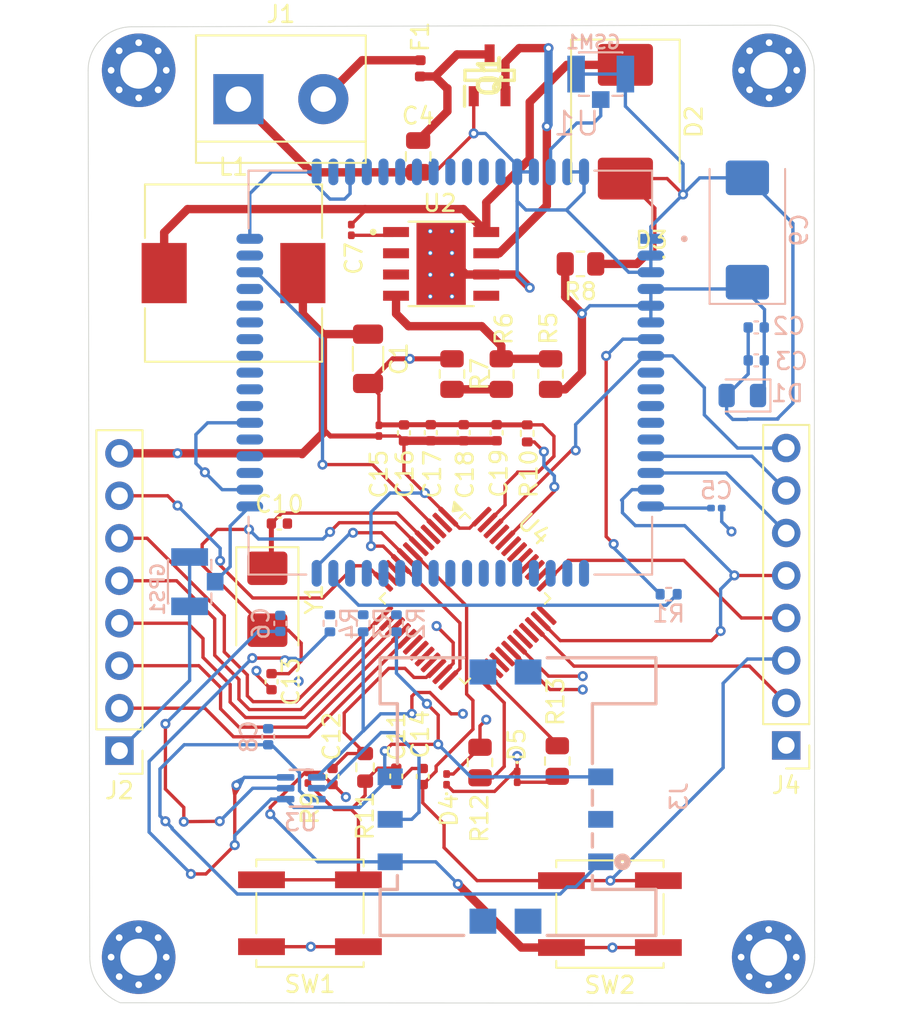
<source format=kicad_pcb>
(kicad_pcb (version 20241229) (generator "pcbnew") (generator_version "9.0")
  (layers (0 "F.Cu" signal) (4 "In1.Cu" signal) (6 "In2.Cu" signal) (2 "B.Cu" signal) (13 "F.Paste" user) (15 "B.Paste" user) (5 "F.SilkS" user "F.Silkscreen") (7 "B.SilkS" user "B.Silkscreen") (1 "F.Mask" user) (3 "B.Mask" user) (25 "Edge.Cuts" user))
  (net 0 "")
  (net 1 "GND")
  (net 2 "+3.3V")
  (net 3 "Net-(Q1-D)")
  (net 4 "Net-(U1-VRTC)")
  (net 5 "Net-(C6-Pad2)")
  (net 6 "SIM_DATA")
  (net 7 "Net-(U2-BOOT)")
  (net 8 "Net-(D2-K)")
  (net 9 "SIM_VDD")
  (net 10 "Net-(U4-PF0)")
  (net 11 "Net-(C11-Pad1)")
  (net 12 "Net-(U4-PB11)")
  (net 13 "Net-(U4-PF1)")
  (net 14 "NRST")
  (net 15 "Net-(D3-A)")
  (net 16 "Net-(D4-A)")
  (net 17 "Net-(D5-A)")
  (net 18 "+12V")
  (net 19 "GPS_ANT")
  (net 20 "GSM_ANT")
  (net 21 "SIM_TX")
  (net 22 "SIM_RX")
  (net 23 "SIM_RESET")
  (net 24 "SIM_PWRKEY")
  (net 25 "SWDIO")
  (net 26 "SWDCLK")
  (net 28 "Net-(J3-RET)")
  (net 29 "Net-(J3-CLK)")
  (net 33 "SIM_DET")
  (net 34 "USART2_RX")
  (net 35 "PA5{slash}SPI1_CLK")
  (net 36 "USART2_TX")
  (net 37 "PA7{slash}SPI1_MOSI")
  (net 38 "PA6{slash}SPI1_MISO")
  (net 39 "PA4")
  (net 40 "Net-(Q1-S)")
  (net 41 "Net-(U1-VDD_EXT)")
  (net 42 "SIM_RST")
  (net 43 "SIM_CLK")
  (net 44 "FEEDBACK")
  (net 45 "Net-(R6-Pad1)")
  (net 46 "Net-(U4-BOOT0)")
  (net 47 "LED1")
  (net 48 "LED2")
  (net 69 "STATUS")
  (footprint "Footprints:SOT95P280X125-3N" (layer "F.Cu") (at 106.525 68.05 90)
    (property "Reference" "Q1")
    (property "Value" "AO3407A" (hide yes))
  )
  (footprint "Resistor_SMD:R_0805_2012Metric" (layer "F.Cu") (at 107.225 85.9125 90)
    (property "Reference" "R6")
    (property "Value" "1K5")
  )
  (footprint "Footprints:VREG_LM5017MR_NOPB" (layer "F.Cu") (at 103.625 79.325)
    (property "Reference" "U2")
    (property "Value" "TPS5430DDA")
  )
  (footprint "Resistor_SMD:R_0805_2012Metric" (layer "F.Cu") (at 104.275 85.9125 -90)
    (property "Reference" "R7")
    (property "Value" "2K7")
  )
  (footprint "Resistor_SMD:R_0805_2012Metric" (layer "F.Cu") (at 105.95 109.1375 90)
    (property "Reference" "R12")
    (property "Value" "1K5")
  )
  (footprint "Capacitor_SMD:C_1206_3216Metric" (layer "F.Cu") (at 99.25 85 -90)
    (property "Reference" "C1")
    (property "Value" "100u")
  )
  (footprint "Resistor_SMD:R_0805_2012Metric" (layer "F.Cu") (at 111.9625 79.325 180)
    (property "Reference" "R8")
    (property "Value" "1K5")
  )
  (footprint "Capacitor_SMD:C_0201_0603Metric" (layer "F.Cu") (at 98.25 77.295 -90)
    (property "Reference" "C7")
    (property "Value" "10n")
  )
  (footprint "Fuse:Fuse_0402_1005Metric" (layer "F.Cu") (at 102.375 67.635 -90)
    (property "Reference" "F1")
    (property "Value" "Fuse 2.5A")
  )
  (footprint "Resistor_SMD:R_0201_0603Metric" (layer "F.Cu") (at 95.65 110.045 90)
    (property "Reference" "R9")
    (property "Value" "100K")
  )
  (footprint "Capacitor_SMD:C_0402_1005Metric" (layer "F.Cu") (at 97.125 109.975 -90)
    (property "Reference" "C12")
    (property "Value" "100n")
  )
  (footprint "MountingHole:MountingHole_2.2mm_M2_Pad_Via" (layer "F.Cu") (at 123.25 67.75)
    (property "Reference" "H1" (hide yes))
    (property "Value" "MountingHole_Pad")
  )
  (footprint "Connector_PinHeader_2.54mm:PinHeader_1x08_P2.54mm_Vertical" (layer "F.Cu") (at 124.275 108.115 180)
    (property "Reference" "J4")
    (property "Value" "RIGHT HEADER PINS")
  )
  (footprint "Resistor_SMD:R_0402_1005Metric" (layer "F.Cu") (at 108.775 89.46 -90)
    (property "Reference" "R10")
    (property "Value" "10K")
  )
  (footprint "MountingHole:MountingHole_2.2mm_M2_Pad_Via" (layer "F.Cu") (at 123.225 120.775)
    (property "Reference" "H2" (hide yes))
    (property "Value" "MountingHole_Pad")
  )
  (footprint "TerminalBlock:TerminalBlock_bornier-2_P5.08mm" (layer "F.Cu") (at 91.495 69.475)
    (property "Reference" "J1")
    (property "Value" "Screw_Terminal_01x02")
  )
  (footprint "Resistor_SMD:R_0603_1608Metric" (layer "F.Cu") (at 99.075 109.425 -90)
    (property "Reference" "R11")
    (property "Value" "1K")
  )
  (footprint "Capacitor_SMD:C_0402_1005Metric" (layer "F.Cu") (at 104.975 89.42 90)
    (property "Reference" "C18")
    (property "Value" "100n")
  )
  (footprint "Capacitor_SMD:C_0402_1005Metric" (layer "F.Cu") (at 93.475 104.305 -90)
    (property "Reference" "C13")
    (property "Value" "30p")
  )
  (footprint "Capacitor_SMD:C_0402_1005Metric" (layer "F.Cu") (at 103.005 89.42 90)
    (property "Reference" "C17")
    (property "Value" "100n")
  )
  (footprint "Button_Switch_SMD:SW_Push_1P1T_NO_CK_KSC6xxJ" (layer "F.Cu") (at 113.725 118.2)
    (property "Reference" "SW2")
    (property "Value" "SW_Push")
  )
  (footprint "LED_SMD:LED_0201_0603Metric" (layer "F.Cu") (at 116.0925 78.925 180)
    (property "Reference" "D3")
    (property "Value" "LED")
  )
  (footprint "MountingHole:MountingHole_2.2mm_M2_Pad_Via" (layer "F.Cu") (at 85.525 67.75)
    (property "Reference" "H4" (hide yes))
    (property "Value" "MountingHole_Pad")
  )
  (footprint "Resistor_SMD:R_0805_2012Metric" (layer "F.Cu") (at 110.175 85.9125 90)
    (property "Reference" "R5")
    (property "Value" "8K2")
  )
  (footprint "Capacitor_SMD:C_0402_1005Metric" (layer "F.Cu") (at 93.945 94.85)
    (property "Reference" "C10")
    (property "Value" "30p")
  )
  (footprint "LED_SMD:LED_0201_0603Metric" (layer "F.Cu") (at 103.95 110.145 90)
    (property "Reference" "D4")
    (property "Value" "LED")
  )
  (footprint "LED_SMD:LED_0201_0603Metric" (layer "F.Cu") (at 108.175 109.995 -90)
    (property "Reference" "D5")
    (property "Value" "LED")
  )
  (footprint "Connector_PinHeader_2.54mm:PinHeader_1x08_P2.54mm_Vertical" (layer "F.Cu") (at 84.375 108.43 180)
    (property "Reference" "J2")
    (property "Value" "LEFT HEADER PINS")
  )
  (footprint "Capacitor_SMD:C_0805_2012Metric" (layer "F.Cu") (at 102.25 72.9 -90)
    (property "Reference" "C4")
    (property "Value" "10u")
  )
  (footprint "Capacitor_SMD:C_0402_1005Metric" (layer "F.Cu") (at 100.94 109.955 -90)
    (property "Reference" "C11")
    (property "Value" "10p")
  )
  (footprint "Button_Switch_SMD:SW_Push_1P1T_NO_CK_KSC6xxJ" (layer "F.Cu") (at 95.775 118.15)
    (property "Reference" "SW1")
    (property "Value" "SW_Push")
  )
  (footprint "Diode_SMD:D_SMC" (layer "F.Cu") (at 114.65 70.825 -90)
    (property "Reference" "D2")
    (property "Value" "B340")
  )
  (footprint "Package_QFP:LQFP-48_7x7mm_P0.5mm" (layer "F.Cu") (at 105.048788 99.326212 -45)
    (property "Reference" "U4")
    (property "Value" "STM32F030C8Tx")
  )
  (footprint "Resistor_SMD:R_0805_2012Metric" (layer "F.Cu") (at 110.575 109.05 -90)
    (property "Reference" "R13")
    (property "Value" "1K5")
  )
  (footprint "Inductor_SMD:L_10.4x10.4_H4.8" (layer "F.Cu") (at 91.2 79.875)
    (property "Reference" "L1")
    (property "Value" "15uH")
  )
  (footprint "Capacitor_SMD:C_0402_1005Metric" (layer "F.Cu") (at 102.525 109.975 -90)
    (property "Reference" "C14")
    (property "Value" "100n")
  )
  (footprint "Capacitor_SMD:C_0201_0603Metric" (layer "F.Cu") (at 99.9 89.295 90)
    (property "Reference" "C15")
    (property "Value" "4u7")
  )
  (footprint "MountingHole:MountingHole_2.2mm_M2_Pad_Via" (layer "F.Cu") (at 85.525 120.775)
    (property "Reference" "H3" (hide yes))
    (property "Value" "MountingHole_Pad")
  )
  (footprint "Capacitor_SMD:C_0402_1005Metric" (layer "F.Cu") (at 101.4 89.43 90)
    (property "Reference" "C16")
    (property "Value" "100n")
  )
  (footprint "Crystal:Crystal_SMD_5032-2Pin_5.0x3.2mm" (layer "F.Cu") (at 93.225 99.375 -90)
    (property "Reference" "Y1")
    (property "Value" "8MHz")
  )
  (footprint "Capacitor_SMD:C_0402_1005Metric" (layer "F.Cu") (at 106.945 89.42 90)
    (property "Reference" "C19")
    (property "Value" "100n")
  )
  (footprint "Capacitor_Tantalum_SMD:CP_EIA-7343-15_Kemet-W" (layer "B.Cu") (at 121.95 77.3 90)
    (property "Reference" "C9")
    (property "Value" "220u")
  )
  (footprint "Footprints:SOT65P210X110-6N" (layer "B.Cu") (at 95.25 110.675)
    (property "Reference" "U3")
    (property "Value" "SMF05CT1G")
  )
  (footprint "Footprints:693010020611" (layer "B.Cu") (at 108.225 111.175 90)
    (property "Reference" "J3")
    (property "Value" "693010020611")
    (property "VALUE" "693010020611" (hide yes))
  )
  (footprint "Resistor_SMD:R_0402_1005Metric" (layer "B.Cu") (at 98.96 100.815 90)
    (property "Reference" "R3")
    (property "Value" "10K")
  )
  (footprint "Resistor_SMD:R_0402_1005Metric" (layer "B.Cu") (at 100.95 100.815 90)
    (property "Reference" "R2")
    (property "Value" "10K")
  )
  (footprint "Capacitor_SMD:C_0201_0603Metric" (layer "B.Cu") (at 120.095 93.925 180)
    (property "Reference" "C5")
    (property "Value" "4u7")
  )
  (footprint "Footprints:XCVR_SIM808" (layer "B.Cu") (at 104.175 85.825 180)
    (property "Reference" "U1")
    (property "Value" "SIM808")
  )
  (footprint "Footprints:U.FL-R-SMT-1" (layer "B.Cu") (at 113.175 67.975 180)
    (property "Reference" "GSM1")
    (property "Value" "U.FL-R-SMT-1")
  )
  (footprint "Capacitor_SMD:C_0402_1005Metric" (layer "B.Cu") (at 93.275 107.595 -90)
    (property "Reference" "C8")
    (property "Value" "1u")
  )
  (footprint "Resistor_SMD:R_0402_1005Metric" (layer "B.Cu") (at 117.24 99.075)
    (property "Reference" "R1")
    (property "Value" "4K7")
  )
  (footprint "Footprints:U.FL-R-SMT-1" (layer "B.Cu") (at 88.575 98.325 -90)
    (property "Reference" "GPS1")
    (property "Value" "U.FL-R-SMT-1")
  )
  (footprint "Resistor_SMD:R_0402_1005Metric" (layer "B.Cu") (at 96.97 100.815 90)
    (property "Reference" "R4")
    (property "Value" "10K")
  )
  (footprint "Diode_SMD:D_0805_2012Metric" (layer "B.Cu") (at 121.6475 87.195 180)
    (property "Reference" "D1")
    (property "Value" "D_Zener")
  )
  (footprint "Capacitor_SMD:C_0402_1005Metric" (layer "B.Cu") (at 122.48 83.125 180)
    (property "Reference" "C2")
    (property "Value" "33p")
  )
  (footprint "Capacitor_SMD:C_0402_1005Metric" (layer "B.Cu") (at 122.48 85.095 180)
    (property "Reference" "C3")
    (property "Value" "10p")
  )
  (footprint "Capacitor_SMD:C_0402_1005Metric" (layer "B.Cu") (at 94 100.82 -90)
    (property "Reference" "C6")
    (property "Value" "22p")
  )
  (gr_line (start 82.6 120.75) (end 82.5 67.778864) (stroke (width 0.05)) (layer "Edge.Cuts"))
  (gr_line (start 123.225 123.525) (end 84.423767 123.501669) (stroke (width 0.05)) (layer "Edge.Cuts"))
  (gr_arc (start 123.325 65.05) (mid 125.184437 65.85092) (end 125.950467 67.725) (stroke (width 0.05)) (layer "Edge.Cuts"))
  (gr_arc (start 84.423767 123.501669) (mid 83.090968 122.404811) (end 82.6 120.75) (stroke (width 0.05)) (layer "Edge.Cuts"))
  (gr_arc (start 82.5 67.778864) (mid 83.251232 65.921643) (end 85.1 65.14984) (stroke (width 0.05)) (layer "Edge.Cuts"))
  (gr_arc (start 125.975 120.775) (mid 125.169544 122.719544) (end 123.225 123.525) (stroke (width 0.05)) (layer "Edge.Cuts"))
  (gr_line (start 125.950467 67.725) (end 125.975 120.775) (stroke (width 0.05)) (layer "Edge.Cuts"))
  (gr_line (start 85.1 65.14984) (end 123.324986 65.05) (stroke (width 0.05)) (layer "Edge.Cuts"))
  (via (at 95.1 104.275) (size 0.6) (drill 0.3) (layers "F.Cu" "B.Cu") (net 0))
  (segment (start 92.572153 103.882153) (end 92.572153 103.653781) (width 0.2) (layer "F.Cu") (net 1))
  (segment (start 103.95 110.465) (end 104.3485 110.8635) (width 0.2) (layer "F.Cu") (net 1))
  (segment (start 93.475 104.785) (end 92.572153 103.882153) (width 0.2) (layer "F.Cu") (net 1))
  (segment (start 95.65 109.725) (end 95.49013 109.725) (width 0.2) (layer "F.Cu") (net 1))
  (segment (start 108.175 109.675) (end 108.175 108.75) (width 0.2) (layer "F.Cu") (net 1))
  (segment (start 105.575 69.3) (end 105.575 71.525) (width 0.2) (layer "F.Cu") (net 1))
  (segment (start 102.25 73.85) (end 103.25 73.85) (width 0.2) (layer "F.Cu") (net 1))
  (segment (start 108.2 91.775) (end 109.425 91.775) (width 0.2) (layer "F.Cu") (net 1))
  (segment (start 95.65 109.725) (end 96.395 109.725) (width 0.2) (layer "F.Cu") (net 1))
  (segment (start 93.4 111.81513) (end 93.4 112.225) (width 0.2) (layer "F.Cu") (net 1))
  (segment (start 104.474943 79.325) (end 103.625 79.325) (width 0.5) (layer "F.Cu") (net 1))
  (segment (start 99.9 88.975) (end 99.9 87.125) (width 0.2) (layer "F.Cu") (net 1))
  (segment (start 101.4 88.95) (end 99.925 88.95) (width 0.3) (layer "F.Cu") (net 1))
  (segment (start 106.82663 110.8635) (end 108.01513 109.675) (width 0.2) (layer "F.Cu") (net 1))
  (segment (start 95.49013 109.725) (end 93.4 111.81513) (width 0.2) (layer "F.Cu") (net 1))
  (segment (start 96.395 109.725) (end 97.125 110.455) (width 0.2) (layer "F.Cu") (net 1))
  (segment (start 110.825 120.2) (end 108.425 120.2) (width 0.5) (layer "F.Cu") (net 1))
  (segment (start 110.825 120.2) (end 113.875 120.2) (width 0.2) (layer "F.Cu") (net 1))
  (segment (start 97.18 110.455) (end 97.925 111.2) (width 0.2) (layer "F.Cu") (net 1))
  (segment (start 108.775 88.95) (end 106.955 88.95) (width 0.3) (layer "F.Cu") (net 1))
  (segment (start 104.3485 110.8635) (end 106.82663 110.8635) (width 0.2) (layer "F.Cu") (net 1))
  (segment (start 116.4125 75.9875) (end 114.65 74.225) (width 0.2) (layer "F.Cu") (net 1))
  (segment (start 104.275 85) (end 101.75 85) (width 0.3) (layer "F.Cu") (net 1))
  (segment (start 108.01513 109.675) (end 108.175 109.675) (width 0.2) (layer "F.Cu") (net 1))
  (segment (start 101.41 88.94) (end 101.4 88.95) (width 0.3) (layer "F.Cu") (net 1))
  (segment (start 109.7 88.95) (end 108.775 88.95) (width 0.2) (layer "F.Cu") (net 1))
  (segment (start 102.525 109.495) (end 101.88 109.495) (width 0.2) (layer "F.Cu") (net 1))
  (segment (start 108.425 120.2) (end 104.625 116.4) (width 0.5) (layer "F.Cu") (net 1))
  (segment (start 104.975 88.94) (end 103.005 88.94) (width 0.3) (layer "F.Cu") (net 1))
  (segment (start 106.945 88.94) (end 104.975 88.94) (width 0.3) (layer "F.Cu") (net 1))
  (segment (start 103.005 88.94) (end 101.41 88.94) (width 0.3) (layer "F.Cu") (net 1))
  (segment (start 106.325 79.96) (end 105.109943 79.96) (width 0.5) (layer "F.Cu") (net 1))
  (segment (start 108.2 91.8) (end 108.2 91.775) (width 0.2) (layer "F.Cu") (net 1))
  (segment (start 95.87 73.85) (end 102.25 73.85) (width 0.5) (layer "F.Cu") (net 1))
  (segment (start 103.25 73.85) (end 105.575 71.525) (width 0.2) (layer "F.Cu") (net 1))
  (segment (start 113.875 120.2) (end 116.625 120.2) (width 0.2) (layer "F.Cu") (net 1))
  (segment (start 104.346615 101.971615) (end 103.35 100.975) (width 0.2) (layer "F.Cu") (net 1))
  (segment (start 101.575126 96.91321) (end 100.061916 95.4) (width 0.2) (layer "F.Cu") (net 1))
  (segment (start 101.75 85) (end 100.725 85) (width 0.3) (layer "F.Cu") (net 1))
  (segment (start 100.96 110.455) (end 100.94 110.435) (width 0.2) (layer "F.Cu") (net 1))
  (segment (start 106.40113 94.79189) (end 107.45 93.74302) (width 0.2) (layer "F.Cu") (net 1))
  (segment (start 116.4125 78.925) (end 116.4125 75.9875) (width 0.2) (layer "F.Cu") (net 1))
  (segment (start 101.88 109.495) (end 100.94 110.435) (width 0.2) (layer "F.Cu") (net 1))
  (segment (start 107.45 93.74302) (end 107.45 92.55) (width 0.2) (layer "F.Cu") (net 1))
  (segment (start 100.725 85) (end 99.25 86.475) (width 0.3) (layer "F.Cu") (net 1))
  (segment (start 114.65 74.225) (end 117.15 74.225) (width 0.2) (layer "F.Cu") (net 1))
  (segment (start 100.061916 95.4) (end 98.35 95.4) (width 0.2) (layer "F.Cu") (net 1))
  (segment (start 109.425 91.775) (end 110.375 90.825) (width 0.2) (layer "F.Cu") (net 1))
  (segment (start 117.15 74.225) (end 118.1 75.175) (width 0.2) (layer "F.Cu") (net 1))
  (segment (start 110.375 90.825) (end 110.375 89.625) (width 0.2) (layer "F.Cu") (net 1))
  (segment (start 103.696446 103.860534) (end 104.346615 103.210365) (width 0.2) (layer "F.Cu") (net 1))
  (segment (start 110.375 89.625) (end 109.7 88.95) (width 0.2) (layer "F.Cu") (net 1))
  (segment (start 99.9 87.125) (end 99.25 86.475) (width 0.2) (layer "F.Cu") (net 1))
  (segment (start 105.109943 79.96) (end 104.474943 79.325) (width 0.5) (layer "F.Cu") (net 1))
  (segment (start 97.125 110.455) (end 97.18 110.455) (width 0.2) (layer "F.Cu") (net 1))
  (segment (start 106.325 79.96) (end 108.135 79.96) (width 0.5) (layer "F.Cu") (net 1))
  (segment (start 99.925 88.95) (end 99.9 88.975) (width 0.3) (layer "F.Cu") (net 1))
  (segment (start 104.346615 103.210365) (end 104.346615 101.971615) (width 0.2) (layer "F.Cu") (net 1))
  (segment (start 91.495 69.475) (end 95.87 73.85) (width 0.5) (layer "F.Cu") (net 1))
  (segment (start 107.45 92.55) (end 108.2 91.8) (width 0.2) (layer "F.Cu") (net 1))
  (segment (start 108.135 79.96) (end 108.925 80.75) (width 0.5) (layer "F.Cu") (net 1))
  (segment (start 106.955 88.95) (end 106.945 88.94) (width 0.3) (layer "F.Cu") (net 1))
  (via (at 101.75 85) (size 0.6) (drill 0.3) (layers "F.Cu" "B.Cu") (net 1))
  (via (at 104.625 116.4) (size 0.6) (drill 0.3) (layers "F.Cu" "B.Cu") (net 1))
  (via (at 118.1 75.175) (size 0.6) (drill 0.3) (layers "F.Cu" "B.Cu") (net 1))
  (via (at 121 95.325) (size 0.6) (drill 0.3) (layers "F.Cu" "B.Cu") (net 1))
  (via (at 113.875 120.2) (size 0.6) (drill 0.3) (layers "F.Cu" "B.Cu") (net 1))
  (via (at 108.925 80.75) (size 0.6) (drill 0.3) (layers "F.Cu" "B.Cu") (net 1))
  (via (at 98.35 95.4) (size 0.6) (drill 0.3) (layers "F.Cu" "B.Cu") (net 1))
  (via (at 103.35 100.975) (size 0.6) (drill 0.3) (layers "F.Cu" "B.Cu") (net 1))
  (via (at 93.4 112.225) (size 0.6) (drill 0.3) (layers "F.Cu" "B.Cu") (net 1))
  (via (at 89.487472 91.787528) (size 0.6) (drill 0.3) (layers "F.Cu" "B.Cu") (net 1))
  (via (at 97.925 111.2) (size 0.6) (drill 0.3) (layers "F.Cu" "B.Cu") (net 1))
  (via (at 108.175 108.75) (size 0.6) (drill 0.3) (layers "F.Cu" "B.Cu") (net 1))
  (via (at 105.575 71.525) (size 0.6) (drill 0.3) (layers "F.Cu" "B.Cu") (net 1))
  (via (at 92.572153 103.653781) (size 0.6) (drill 0.3) (layers "F.Cu" "B.Cu") (net 1))
  (segment (start 111.125 76.1) (end 108.7 76.1) (width 0.2) (layer "B.Cu") (net 1))
  (segment (start 98.2 95.4) (end 98.35 95.4) (width 0.2) (layer "B.Cu") (net 1))
  (segment (start 112.175 73.825) (end 112.175 75.05) (width 0.2) (layer "B.Cu") (net 1))
  (segment (start 118.1 75.175) (end 119.095 74.18) (width 0.2) (layer "B.Cu") (net 1))
  (segment (start 120.71 88.26) (end 121.075 88.625) (width 0.2) (layer "B.Cu") (net 1))
  (segment (start 114.85 79.825) (end 111.125 76.1) (width 0.2) (layer "B.Cu") (net 1))
  (segment (start 98.175 75.125) (end 97.85 75.45) (width 0.2) (layer "B.Cu") (net 1))
  (segment (start 121.975 88.6) (end 123.775 88.6) (width 0.2) (layer "B.Cu") (net 1))
  (segment (start 120.415 93.925) (end 120.415 94.74) (width 0.2) (layer "B.Cu") (net 1))
  (segment (start 114.65 67.975) (end 114.65 69.9) (width 0.2) (layer "B.Cu") (net 1))
  (segment (start 116.175 77.825) (end 116.175 77.1) (width 0.2) (layer "B.Cu") (net 1))
  (segment (start 111.175 73.825) (end 112.175 73.825) (width 0.2) (layer "B.Cu") (net 1))
  (segment (start 92.175 88.825) (end 89.65 88.825) (width 0.2) (layer "B.Cu") (net 1))
  (segment (start 124.675 87.65) (end 124.675 76.905) (width 0.2) (layer "B.Cu") (net 1))
  (segment (start 108.175 75.575) (end 108.175 80) (width 0.2) (layer "B.Cu") (net 1))
  (segment (start 89.65 88.825) (end 88.95 89.525) (width 0.2) (layer "B.Cu") (net 1))
  (segment (start 100.575 115.075) (end 96.25 115.075) (width 0.2) (layer "B.Cu") (net 1))
  (segment (start 121.075 88.625) (end 121.95 88.625) (width 0.2) (layer "B.Cu") (net 1))
  (segment (start 120.71 87.195) (end 120.71 88.26) (width 0.2) (layer "B.Cu") (net 1))
  (segment (start 116.175 79.825) (end 116.175 78.825) (width 0.2) (layer "B.Cu") (net 1))
  (segment (start 89.487472 91.787528) (end 88.95 91.250057) (width 0.2) (layer "B.Cu") (net 1))
  (segment (start 116.175 77.825) (end 116.175 78.825) (width 0.2) (layer "B.Cu") (net 1))
  (segment (start 111.7 67.975) (end 114.65 67.975) (width 0.2) (layer "B.Cu") (net 1))
  (segment (start 108.175 73.825) (end 108.175 75.575) (width 0.2) (layer "B.Cu") (net 1))
  (segment (start 116.175 79.825) (end 114.85 79.825) (width 0.2) (layer "B.Cu") (net 1))
  (segment (start 118.1 73.35) (end 118.1 75.175) (width 0.2) (layer "B.Cu") (net 1))
  (segment (start 122 85.095) (end 122 85.905) (width 0.2) (layer "B.Cu") (net 1))
  (segment (start 109.175 73.825) (end 108.175 73.825) (width 0.2) (layer "B.Cu") (net 1))
  (segment (start 122 85.905) (end 120.71 87.195) (width 0.2) (layer "B.Cu") (net 1))
  (segment (start 88.95 91.250057) (end 88.95 89.525) (width 0.2) (layer "B.Cu") (net 1))
  (segment (start 97.85 75.45) (end 96.975 75.45) (width 0.2) (layer "B.Cu") (net 1))
  (segment (start 96.975 75.45) (end 96.175 74.65) (width 0.2) (layer "B.Cu") (net 1))
  (segment (start 96.175 74.65) (end 96.175 73.825) (width 0.2) (layer "B.Cu") (net 1))
  (segment (start 96.25 115.075) (end 93.4 112.225) (width 0.2) (layer "B.Cu") (net 1))
  (segment (start 96.175 97.825) (end 96.175 97.425) (width 0.2) (layer "B.Cu") (net 1))
  (segment (start 92.175 75.125) (end 92.175 77.825) (width 0.2) (layer "B.Cu") (net 1))
  (segment (start 114.65 69.9) (end 118.1 73.35) (width 0.2) (layer "B.Cu") (net 1))
  (segment (start 88.575 99.8) (end 88.575 96.85) (width 0.2) (layer "B.Cu") (net 1))
  (segment (start 122 83.125) (end 122 85.095) (width 0.2) (layer "B.Cu") (net 1))
  (segment (start 92.175 92.825) (end 90.524943 92.825) (width 0.2) (layer "B.Cu") (net 1))
  (segment (start 108.175 73.425) (end 106.275 71.525) (width 0.2) (layer "B.Cu") (net 1))
  (segment (start 106.275 71.525) (end 105.575 71.525) (width 0.2) (layer "B.Cu") (net 1))
  (segment (start 96.175 97.425) (end 98.2 95.4) (width 0.2) (layer "B.Cu") (net 1))
  (segment (start 96.175 73.825) (end 93.475 73.825) (width 0.2) (layer "B.Cu") (net 1))
  (segment (start 116.175 77.1) (end 118.1 75.175) (width 0.2) (layer "B.Cu") (net 1))
  (segment (start 123.775 88.55) (end 124.675 87.65) (width 0.2) (layer "B.Cu") (net 1))
  (segment (start 88.575 104.23) (end 88.575 99.8) (width 0.2) (layer "B.Cu") (net 1))
  (segment (start 84.375 108.43) (end 88.575 104.23) (width 0.2) (layer "B.Cu") (net 1))
  (segment (start 103.3 115.075) (end 100.575 115.075) (width 0.2) (layer "B.Cu") (net 1))
  (segment (start 104.625 116.4) (end 103.3 115.075) (width 0.2) (layer "B.Cu") (net 1))
  (segment (start 112.175 75.05) (end 111.125 76.1) (width 0.2) (layer "B.Cu") (net 1))
  (segment (start 121.95 88.625) (end 121.975 88.6) (width 0.2) (layer "B.Cu") (net 1))
  (segment (start 119.095 74.18) (end 121.95 74.18) (width 0.2) (layer "B.Cu") (net 1))
  (segment (start 123.775 88.6) (end 123.775 88.55) (width 0.2) (layer "B.Cu") (net 1))
  (segment (start 98.175 73.825) (end 98.175 75.125) (width 0.2) (layer "B.Cu") (net 1))
  (segment (start 108.175 73.825) (end 108.175 73.425) (width 0.2) (layer "B.Cu") (net 1))
  (segment (start 93.475 73.825) (end 92.175 75.125) (width 0.2) (layer "B.Cu") (net 1))
  (segment (start 108.175 80) (end 108.925 80.75) (width 0.2) (layer "B.Cu") (net 1))
  (segment (start 90.524943 92.825) (end 89.487472 91.787528) (width 0.2) (layer "B.Cu") (net 1))
  (segment (start 108.7 76.1) (end 108.175 75.575) (width 0.2) (layer "B.Cu") (net 1))
  (segment (start 120.415 94.74) (end 121 95.325) (width 0.2) (layer "B.Cu") (net 1))
  (segment (start 92.175 92.825) (end 92.575 92.825) (width 0.2) (layer "B.Cu") (net 1))
  (segment (start 124.675 76.905) (end 121.95 74.18) (width 0.2) (layer "B.Cu") (net 1))
  (segment (start 95.3 90.7) (end 96.55 89.45) (width 0.5) (layer "F.Cu") (net 2))
  (segment (start 106.945 89.9) (end 101.41 89.9) (width 0.5) (layer "F.Cu") (net 2))
  (segment (start 101.4 91.775) (end 102.65 93.025) (width 0.2) (layer "F.Cu") (net 2))
  (segment (start 101.221573 97.266763) (end 100.15481 96.2) (width 0.2) (layer "F.Cu") (net 2))
  (segment (start 101.105 89.615) (end 101.4 89.91) (width 0.2) (layer "F.Cu") (net 2))
  (segment (start 104.05 94.425) (end 102.65 93.025) (width 0.2) (layer "F.Cu") (net 2))
  (segment (start 100.15481 96.2) (end 99.425 96.2) (width 0.2) (layer "F.Cu") (net 2))
  (segment (start 95.825 120.15) (end 98.675 120.15) (width 0.2) (layer "F.Cu") (net 2))
  (segment (start 104.05 94.438336) (end 104.05 94.425) (width 0.2) (layer "F.Cu") (net 2))
  (segment (start 84.375 90.65) (end 87.85 90.65) (width 0.5) (layer "F.Cu") (net 2))
  (segment (start 104.05 94.45) (end 104.725 95.125) (width 0.2) (layer "F.Cu") (net 2))
  (segment (start 101.41 89.9) (end 101.4 89.91) (width 0.5) (layer "F.Cu") (net 2))
  (segment (start 95.35 82.325) (end 95.35 79.875) (width 0.5) (layer "F.Cu") (net 2))
  (segment (start 99.9 89.615) (end 101.105 89.615) (width 0.2) (layer "F.Cu") (net 2))
  (segment (start 112.05 85.825) (end 112.05 82.3) (width 0.5) (layer "F.Cu") (net 2))
  (segment (start 104.747615 100.792805) (end 101.221573 97.266763) (width 0.2) (layer "F.Cu") (net 2))
  (segment (start 96.55 89.175) (end 96.55 83.525) (width 0.5) (layer "F.Cu") (net 2))
  (segment (start 101.4 89.91) (end 101.4 91.775) (width 0.2) (layer "F.Cu") (net 2))
  (segment (start 96.55 89.45) (end 96.55 89.175) (width 0.5) (layer "F.Cu") (net 2))
  (segment (start 104.747615 103.516473) (end 104.747615 100.792805) (width 0.2) (layer "F.Cu") (net 2))
  (segment (start 104.725 95.125) (end 105.325 95.125) (width 0.2) (layer "F.Cu") (net 2))
  (segment (start 111.05 86.825) (end 112.05 85.825) (width 0.5) (layer "F.Cu") (net 2))
  (segment (start 105.325 95.125) (end 106.011664 94.438336) (width 0.2) (layer "F.Cu") (net 2))
  (segment (start 95.25 90.65) (end 95.3 90.7) (width 0.5) (layer "F.Cu") (net 2))
  (segment (start 99.9 89.615) (end 96.99 89.615) (width 0.3) (layer "F.Cu") (net 2))
  (segment (start 87.85 90.65) (end 95.25 90.65) (width 0.5) (layer "F.Cu") (net 2))
  (segment (start 104.05 104.214088) (end 104.747615 103.516473) (width 0.2) (layer "F.Cu") (net 2))
  (segment (start 96.99 89.615) (end 96.55 89.175) (width 0.3) (layer "F.Cu") (net 2))
  (segment (start 112.05 82.3) (end 111.05 81.3) (width 0.5) (layer "F.Cu") (net 2))
  (segment (start 92.875 120.15) (end 95.825 120.15) (width 0.2) (layer "F.Cu") (net 2))
  (segment (start 110.175 86.825) (end 111.05 86.825) (width 0.5) (layer "F.Cu") (net 2))
  (segment (start 99.25 83.525) (end 96.55 83.525) (width 0.5) (layer "F.Cu") (net 2))
  (segment (start 96.55 83.525) (end 95.35 82.325) (width 0.5) (layer "F.Cu") (net 2))
  (segment (start 111.05 81.3) (end 111.05 79.325) (width 0.5) (layer "F.Cu") (net 2))
  (segment (start 104.05 94.438336) (end 104.05 94.45) (width 0.2) (layer "F.Cu") (net 2))
  (segment (start 106.011664 94.438336) (end 106.047576 94.438336) (width 0.2) (layer "F.Cu") (net 2))
  (via (at 102.65 93.025) (size 0.6) (drill 0.3) (layers "F.Cu" "B.Cu") (net 2))
  (via (at 99.425 96.2) (size 0.6) (drill 0.3) (layers "F.Cu" "B.Cu") (net 2))
  (via (at 95.825 120.15) (size 0.6) (drill 0.3) (layers "F.Cu" "B.Cu") (net 2))
  (via (at 112.05 82.3) (size 0.6) (drill 0.3) (layers "F.Cu" "B.Cu") (net 2))
  (via (at 87.85 90.65) (size 0.6) (drill 0.3) (layers "F.Cu" "B.Cu") (net 2))
  (segment (start 116.175 80.825) (end 121.545 80.825) (width 0.2) (layer "B.Cu") (net 2))
  (segment (start 122.975 83.11) (end 122.96 83.125) (width 0.2) (layer "B.Cu") (net 2))
  (segment (start 99.425 96.2) (end 99.425 94.175) (width 0.2) (layer "B.Cu") (net 2))
  (segment (start 100.575 93.025) (end 102.65 93.025) (width 0.2) (layer "B.Cu") (net 2))
  (segment (start 122.975 82.05) (end 122.975 83.11) (width 0.2) (layer "B.Cu") (net 2))
  (segment (start 112.525 81.825) (end 112.05 82.3) (width 0.2) (layer "B.Cu") (net 2))
  (segment (start 116.175 82.825) (end 116.175 81.825) (width 0.2) (layer "B.Cu") (net 2))
  (segment (start 121.95 81.025) (end 122.975 82.05) (width 0.2) (layer "B.Cu") (net 2))
  (segment (start 116.175 80.825) (end 116.175 81.825) (width 0.2) (layer "B.Cu") (net 2))
  (segment (start 99.425 94.175) (end 100.575 93.025) (width 0.2) (layer "B.Cu") (net 2))
  (segment (start 121.95 80.42) (end 121.95 81.025) (width 0.2) (layer "B.Cu") (net 2))
  (segment (start 122.96 85.095) (end 122.96 86.82) (width 0.2) (layer "B.Cu") (net 2))
  (segment (start 116.175 81.825) (end 112.525 81.825) (width 0.2) (layer "B.Cu") (net 2))
  (segment (start 122.96 83.125) (end 122.96 85.095) (width 0.2) (layer "B.Cu") (net 2))
  (segment (start 122.96 86.82) (end 122.585 87.195) (width 0.2) (layer "B.Cu") (net 2))
  (segment (start 121.545 80.825) (end 121.95 80.42) (width 0.2) (layer "B.Cu") (net 2))
  (segment (start 106.525 66.8) (end 104.575 66.8) (width 0.5) (layer "F.Cu") (net 3))
  (segment (start 103.96 68.825) (end 103.255 68.12) (width 0.5) (layer "F.Cu") (net 3))
  (segment (start 103.255 68.12) (end 102.375 68.12) (width 0.5) (layer "F.Cu") (net 3))
  (segment (start 104 68.825) (end 103.96 68.825) (width 0.5) (layer "F.Cu") (net 3))
  (segment (start 104.575 66.8) (end 103.255 68.12) (width 0.5) (layer "F.Cu") (net 3))
  (segment (start 102.25 71.95) (end 104 70.2) (width 0.5) (layer "F.Cu") (net 3))
  (segment (start 104 70.2) (end 104 68.825) (width 0.5) (layer "F.Cu") (net 3))
  (segment (start 119.775 93.925) (end 116.275 93.925) (width 0.2) (layer "B.Cu") (net 4))
  (segment (start 116.275 93.925) (end 116.175 93.825) (width 0.2) (layer "B.Cu") (net 4))
  (segment (start 87.125 110.725057) (end 88.225 111.825057) (width 0.2) (layer "F.Cu") (net 5))
  (segment (start 88.225 112.675) (end 90.375 112.65) (width 0.2) (layer "F.Cu") (net 5))
  (segment (start 87.125 106.825) (end 87.125 110.725057) (width 0.2) (layer "F.Cu") (net 5))
  (segment (start 88.225 111.825057) (end 88.225 112.675) (width 0.2) (layer "F.Cu") (net 5))
  (via (at 88.225 112.675) (size 0.6) (drill 0.3) (layers "F.Cu" "B.Cu") (net 5))
  (via (at 87.125 106.825) (size 0.6) (drill 0.3) (layers "F.Cu" "B.Cu") (net 5))
  (via (at 90.375 112.65) (size 0.6) (drill 0.3) (layers "F.Cu" "B.Cu") (net 5))
  (segment (start 92.35 110.675) (end 90.375 112.65) (width 0.2) (layer "B.Cu") (net 5))
  (segment (start 94 101.3) (end 92.65 101.3) (width 0.2) (layer "B.Cu") (net 5))
  (segment (start 94.315 110.675) (end 92.35 110.675) (width 0.2) (layer "B.Cu") (net 5))
  (segment (start 92.65 101.3) (end 87.125 106.825) (width 0.2) (layer "B.Cu") (net 5))
  (segment (start 100.73 77.615) (end 100.925 77.42) (width 0.2) (layer "F.Cu") (net 7))
  (segment (start 98.25 77.615) (end 100.73 77.615) (width 0.2) (layer "F.Cu") (net 7))
  (segment (start 98.25 76.975) (end 99.075 76.15) (width 0.2) (layer "F.Cu") (net 8))
  (segment (start 87.05 79.875) (end 87.05 77.45) (width 0.5) (layer "F.Cu") (net 8))
  (segment (start 88.45 76.05) (end 99.075 76.05) (width 0.5) (layer "F.Cu") (net 8))
  (segment (start 106.325 77.42) (end 106.325 75.65) (width 0.5) (layer "F.Cu") (net 8))
  (segment (start 106.325 75.65) (end 108.925 73.05) (width 0.5) (layer "F.Cu") (net 8))
  (segment (start 111.15 67.425) (end 114.65 67.425) (width 0.5) (layer "F.Cu") (net 8))
  (segment (start 108.925 69.65) (end 111.15 67.425) (width 0.5) (layer "F.Cu") (net 8))
  (segment (start 108.925 73.05) (end 108.925 69.65) (width 0.5) (layer "F.Cu") (net 8))
  (segment (start 99.075 76.05) (end 104.955 76.05) (width 0.5) (layer "F.Cu") (net 8))
  (segment (start 99.075 76.15) (end 99.075 76.05) (width 0.2) (layer "F.Cu") (net 8))
  (segment (start 104.955 76.05) (end 106.325 77.42) (width 0.5) (layer "F.Cu") (net 8))
  (segment (start 87.05 77.45) (end 88.45 76.05) (width 0.5) (layer "F.Cu") (net 8))
  (via (at 87.125 112.65) (size 0.6) (drill 0.3) (layers "F.Cu" "B.Cu") (net 9))
  (segment (start 111.675 116.575) (end 111.175 116.575) (width 0.2) (layer "B.Cu") (net 9))
  (segment (start 91.424999 117) (end 87.524971 113.099972) (width 0.2) (layer "B.Cu") (net 9))
  (segment (start 95.65 111.325) (end 95.146 110.821) (width 0.2) (layer "B.Cu") (net 9))
  (segment (start 111.175 116.575) (end 110.75 117) (width 0.2) (layer "B.Cu") (net 9))
  (segment (start 95.146 109.746) (end 93.475 108.075) (width 0.2) (layer "B.Cu") (net 9))
  (segment (start 110.75 117) (end 91.424999 117) (width 0.2) (layer "B.Cu") (net 9))
  (segment (start 96.185 111.325) (end 95.65 111.325) (width 0.2) (layer "B.Cu") (net 9))
  (segment (start 93.275 108.075) (end 88.25 108.075) (width 0.2) (layer "B.Cu") (net 9))
  (segment (start 95.146 110.821) (end 95.146 109.746) (width 0.2) (layer "B.Cu") (net 9))
  (segment (start 86.8 112.325) (end 87.125 112.65) (width 0.2) (layer "B.Cu") (net 9))
  (segment (start 88.25 108.075) (end 86.8 109.525) (width 0.2) (layer "B.Cu") (net 9))
  (segment (start 86.8 109.525) (end 86.8 112.325) (width 0.2) (layer "B.Cu") (net 9))
  (segment (start 87.524971 113.049971) (end 87.524971 113.099972) (width 0.2) (layer "B.Cu") (net 9))
  (segment (start 87.125 112.65) (end 87.524971 113.049971) (width 0.2) (layer "B.Cu") (net 9))
  (segment (start 93.475 108.075) (end 93.275 108.075) (width 0.2) (layer "B.Cu") (net 9))
  (segment (start 113.175 115.075) (end 111.675 116.575) (width 0.2) (layer "B.Cu") (net 9))
  (segment (start 93.465 97.285) (end 93.225 97.525) (width 0.3) (layer "F.Cu") (net 10))
  (segment (start 101.008236 94.225) (end 102.635786 95.85255) (width 0.2) (layer "F.Cu") (net 10))
  (segment (start 93.465 94.85) (end 94.09 94.225) (width 0.2) (layer "F.Cu") (net 10))
  (segment (start 93.465 94.85) (end 93.465 97.285) (width 0.3) (layer "F.Cu") (net 10))
  (segment (start 94.09 94.225) (end 101.008236 94.225) (width 0.2) (layer "F.Cu") (net 10))
  (segment (start 99.85 109.475) (end 99.075 110.25) (width 0.2) (layer "F.Cu") (net 11))
  (segment (start 98.675 112.375) (end 98.25 111.95) (width 0.2) (layer "F.Cu") (net 11))
  (segment (start 98.25 111.925) (end 99.075 111.1) (width 0.2) (layer "F.Cu") (net 11))
  (segment (start 92.875 116.15) (end 98.675 116.15) (width 0.2) (layer "F.Cu") (net 11))
  (segment (start 98.675 116.15) (end 98.675 112.375) (width 0.2) (layer "F.Cu") (net 11))
  (segment (start 98.25 111.95) (end 98.25 111.925) (width 0.2) (layer "F.Cu") (net 11))
  (segment (start 99.075 111.1) (end 99.075 110.25) (width 0.2) (layer "F.Cu") (net 11))
  (segment (start 95.65 110.365) (end 97.235 111.95) (width 0.2) (layer "F.Cu") (net 11))
  (segment (start 100.94 109.475) (end 99.85 109.475) (width 0.2) (layer "F.Cu") (net 11))
  (segment (start 97.235 111.95) (end 98.25 111.95) (width 0.2) (layer "F.Cu") (net 11))
  (segment (start 102.002388 104.052388) (end 102 104.05) (width 0.2) (layer "F.Cu") (net 12))
  (segment (start 102.72819 104.052388) (end 102.002388 104.052388) (width 0.2) (layer "F.Cu") (net 12))
  (segment (start 97.825 106.175) (end 97.825 107.35) (width 0.2) (layer "F.Cu") (net 12))
  (segment (start 102 104.05) (end 101.456981 103.506981) (width 0.2) (layer "F.Cu") (net 12))
  (segment (start 101.456981 103.506981) (end 100.493019 103.506981) (width 0.2) (layer "F.Cu") (net 12))
  (segment (start 97.125 109.495) (end 98.02 108.6) (width 0.2) (layer "F.Cu") (net 12))
  (segment (start 103.342893 103.506981) (end 103.273597 103.506981) (width 0.2) (layer "F.Cu") (net 12))
  (segment (start 100.493019 103.506981) (end 97.825 106.175) (width 0.2) (layer "F.Cu") (net 12))
  (segment (start 97.825 107.35) (end 99.075 108.6) (width 0.2) (layer "F.Cu") (net 12))
  (segment (start 98.02 108.6) (end 99.075 108.6) (width 0.2) (layer "F.Cu") (net 12))
  (segment (start 103.273597 103.506981) (end 102.72819 104.052388) (width 0.2) (layer "F.Cu") (net 12))
  (segment (start 90.225 95.2) (end 92.125 95.2) (width 0.2) (layer "F.Cu") (net 13))
  (segment (start 89.325 97.325) (end 89.325 96.1) (width 0.2) (layer "F.Cu") (net 13))
  (segment (start 93.475 103.825) (end 94.5 103.825) (width 0.2) (layer "F.Cu") (net 13))
  (segment (start 94.475 101.225) (end 93.225 101.225) (width 0.2) (layer "F.Cu") (net 13))
  (segment (start 89.325 96.1) (end 90.225 95.2) (width 0.2) (layer "F.Cu") (net 13))
  (segment (start 100.87513 94.799) (end 97.526 94.799) (width 0.2) (layer "F.Cu") (net 13))
  (segment (start 97.526 94.799) (end 96.975 95.35) (width 0.2) (layer "F.Cu") (net 13))
  (segment (start 102.282233 96.206103) (end 100.87513 94.799) (width 0.2) (layer "F.Cu") (net 13))
  (segment (start 95.25 102) (end 94.475 101.225) (width 0.2) (layer "F.Cu") (net 13))
  (segment (start 95.25 103.075) (end 95.25 102) (width 0.2) (layer "F.Cu") (net 13))
  (segment (start 94.5 103.825) (end 95.25 103.075) (width 0.2) (layer "F.Cu") (net 13))
  (segment (start 93.225 101.225) (end 89.325 97.325) (width 0.2) (layer "F.Cu") (net 13))
  (via (at 92.125 95.2) (size 0.6) (drill 0.3) (layers "F.Cu" "B.Cu") (net 13))
  (via (at 96.975 95.35) (size 0.6) (drill 0.3) (layers "F.Cu" "B.Cu") (net 13))
  (segment (start 92.125 95.2) (end 92.7 95.775) (width 0.2) (layer "B.Cu") (net 13))
  (segment (start 96.55 95.775) (end 96.975 95.35) (width 0.2) (layer "B.Cu") (net 13))
  (segment (start 92.7 95.775) (end 96.55 95.775) (width 0.2) (layer "B.Cu") (net 13))
  (segment (start 102.535 110.465) (end 102.525 110.455) (width 0.2) (layer "F.Cu") (net 14))
  (segment (start 103.8 112.825) (end 103.8 114.225) (width 0.2) (layer "F.Cu") (net 14))
  (segment (start 113.75 116.2) (end 116.625 116.2) (width 0.2) (layer "F.Cu") (net 14))
  (segment (start 110.825 116.2) (end 113.75 116.2) (width 0.2) (layer "F.Cu") (net 14))
  (segment (start 105.148615 99.779593) (end 101.928679 96.559657) (width 0.2) (layer "F.Cu") (net 14))
  (segment (start 103.325 109.35134) (end 105.526 107.15034) (width 0.2) (layer "F.Cu") (net 14))
  (segment (start 105.148615 105.046558) (end 105.148615 99.779593) (width 0.2) (layer "F.Cu") (net 14))
  (segment (start 102.525 111.55) (end 103.8 112.825) (width 0.2) (layer "F.Cu") (net 14))
  (segment (start 105.775 116.2) (end 110.825 116.2) (width 0.2) (layer "F.Cu") (net 14))
  (segment (start 105.526 107.15034) (end 105.526 105.423943) (width 0.2) (layer "F.Cu") (net 14))
  (segment (start 102.525 110.455) (end 102.525 111.55) (width 0.2) (layer "F.Cu") (net 14))
  (segment (start 102.525 110.455) (end 103.325 109.655) (width 0.2) (layer "F.Cu") (net 14))
  (segment (start 103.8 114.225) (end 105.775 116.2) (width 0.2) (layer "F.Cu") (net 14))
  (segment (start 103.325 109.655) (end 103.325 109.35134) (width 0.2) (layer "F.Cu") (net 14))
  (segment (start 105.526 105.423943) (end 105.148615 105.046558) (width 0.2) (layer "F.Cu") (net 14))
  (via (at 113.75 116.2) (size 0.6) (drill 0.3) (layers "F.Cu" "B.Cu") (net 14))
  (segment (start 121.95 102.95) (end 124.19 102.95) (width 0.2) (layer "B.Cu") (net 14))
  (segment (start 120.5 109.45) (end 120.5 104.4) (width 0.2) (layer "B.Cu") (net 14))
  (segment (start 113.75 116.2) (end 120.5 109.45) (width 0.2) (layer "B.Cu") (net 14))
  (segment (start 124.19 102.95) (end 124.275 103.035) (width 0.2) (layer "B.Cu") (net 14))
  (segment (start 120.5 104.4) (end 121.95 102.95) (width 0.2) (layer "B.Cu") (net 14))
  (segment (start 112.875 79.325) (end 115.3315 79.325) (width 0.5) (layer "F.Cu") (net 15))
  (segment (start 115.3315 79.325) (end 115.7315 78.925) (width 0.5) (layer "F.Cu") (net 15))
  (segment (start 103.95 109.825) (end 104.35 109.825) (width 0.2) (layer "F.Cu") (net 16))
  (segment (start 104.35 109.825) (end 105.95 108.225) (width 0.2) (layer "F.Cu") (net 16))
  (segment (start 105.95 106.95) (end 106.325 106.575) (width 0.2) (layer "F.Cu") (net 16))
  (segment (start 105.95 108.225) (end 105.95 106.95) (width 0.2) (layer "F.Cu") (net 16))
  (via (at 106.325 106.575) (size 0.6) (drill 0.3) (layers "F.Cu" "B.Cu") (net 16))
  (segment (start 108.175 110.315) (end 110.2225 110.315) (width 0.2) (layer "F.Cu") (net 17))
  (segment (start 110.2875 109.675) (end 110.575 109.9625) (width 0.2) (layer "F.Cu") (net 17))
  (segment (start 110.2225 110.315) (end 110.575 109.9625) (width 0.2) (layer "F.Cu") (net 17))
  (segment (start 98.9 67.15) (end 96.575 69.475) (width 0.5) (layer "F.Cu") (net 18))
  (segment (start 102.375 67.15) (end 98.9 67.15) (width 0.5) (layer "F.Cu") (net 18))
  (segment (start 91.001 97.424) (end 90.1 98.325) (width 0.2) (layer "B.Cu") (net 19))
  (segment (start 91.001 94.999) (end 91.001 97.424) (width 0.2) (layer "B.Cu") (net 19))
  (segment (start 92.175 93.825) (end 91.001 94.999) (width 0.2) (layer "B.Cu") (net 19))
  (segment (start 111.75 70.9) (end 112.75 70.9) (width 0.2) (layer "B.Cu") (net 20))
  (segment (start 110.175 73.825) (end 110.175 72.475) (width 0.2) (layer "B.Cu") (net 20))
  (segment (start 112.75 70.9) (end 113.175 70.475) (width 0.2) (layer "B.Cu") (net 20))
  (segment (start 113.175 70.475) (end 113.175 69.5) (width 0.2) (layer "B.Cu") (net 20))
  (segment (start 110.175 72.475) (end 111.75 70.9) (width 0.2) (layer "B.Cu") (net 20))
  (segment (start 108.168897 102.092767) (end 110.051127 103.974997) (width 0.2) (layer "F.Cu") (net 21))
  (segment (start 110.051127 103.974997) (end 112.1 103.974997) (width 0.2) (layer "F.Cu") (net 21))
  (via (at 112.1 103.974997) (size 0.6) (drill 0.3) (layers "F.Cu" "B.Cu") (net 21))
  (segment (start 122.225 90.825) (end 124.275 92.875) (width 0.2) (layer "B.Cu") (net 21))
  (segment (start 116.175 90.825) (end 122.225 90.825) (width 0.2) (layer "B.Cu") (net 21))
  (segment (start 107.815343 102.446321) (end 110.144022 104.775) (width 0.2) (layer "F.Cu") (net 22))
  (segment (start 110.144022 104.775) (end 112.1 104.775) (width 0.2) (layer "F.Cu") (net 22))
  (via (at 112.1 104.775) (size 0.6) (drill 0.3) (layers "F.Cu" "B.Cu") (net 22))
  (segment (start 116.175 91.825) (end 120.685 91.825) (width 0.2) (layer "B.Cu") (net 22))
  (segment (start 120.685 91.825) (end 124.275 95.415) (width 0.2) (layer "B.Cu") (net 22))
  (segment (start 109.58311 100.678554) (end 110.754556 101.85) (width 0.2) (layer "F.Cu") (net 23))
  (segment (start 119.8 101.85) (end 120.35 101.3) (width 0.2) (layer "F.Cu") (net 23))
  (segment (start 121.18 97.955) (end 124.275 97.955) (width 0.2) (layer "F.Cu") (net 23))
  (segment (start 120.35 101.3) (end 120.35 101.275) (width 0.2) (layer "F.Cu") (net 23))
  (segment (start 121.175 97.95) (end 121.18 97.955) (width 0.2) (layer "F.Cu") (net 23))
  (segment (start 110.754556 101.85) (end 119.8 101.85) (width 0.2) (layer "F.Cu") (net 23))
  (via (at 121.175 97.95) (size 0.6) (drill 0.3) (layers "F.Cu" "B.Cu") (net 23))
  (via (at 120.35 101.275) (size 0.6) (drill 0.3) (layers "F.Cu" "B.Cu") (net 23))
  (segment (start 115.05 92.825) (end 114.425 93.45) (width 0.2) (layer "B.Cu") (net 23))
  (segment (start 120.35 98.775) (end 121.175 97.95) (width 0.2) (layer "B.Cu") (net 23))
  (segment (start 114.475 93.5) (end 114.475 94.2) (width 0.2) (layer "B.Cu") (net 23))
  (segment (start 115.25 94.975) (end 118.2 94.975) (width 0.2) (layer "B.Cu") (net 23))
  (segment (start 118.2 94.975) (end 121.175 97.95) (width 0.2) (layer "B.Cu") (net 23))
  (segment (start 120.35 101.275) (end 120.35 98.775) (width 0.2) (layer "B.Cu") (net 23))
  (segment (start 116.175 92.825) (end 115.05 92.825) (width 0.2) (layer "B.Cu") (net 23))
  (segment (start 114.475 94.2) (end 115.25 94.975) (width 0.2) (layer "B.Cu") (net 23))
  (segment (start 114.425 93.45) (end 114.475 93.5) (width 0.2) (layer "B.Cu") (net 23))
  (segment (start 106.754683 95.145443) (end 111.425126 90.475) (width 0.2) (layer "F.Cu") (net 24))
  (segment (start 111.425126 90.475) (end 111.675 90.475) (width 0.2) (layer "F.Cu") (net 24))
  (via (at 111.675 90.475) (size 0.6) (drill 0.3) (layers "F.Cu" "B.Cu") (net 24))
  (segment (start 119.375 88.35) (end 121.36 90.335) (width 0.2) (layer "B.Cu") (net 24))
  (segment (start 119.375 86.725) (end 119.375 88.35) (width 0.2) (layer "B.Cu") (net 24))
  (segment (start 116.175 84.825) (end 115.775 84.825) (width 0.2) (layer "B.Cu") (net 24))
  (segment (start 111.675 88.925) (end 111.675 90.475) (width 0.2) (layer "B.Cu") (net 24))
  (segment (start 121.36 90.335) (end 124.275 90.335) (width 0.2) (layer "B.Cu") (net 24))
  (segment (start 116.175 84.825) (end 117.475 84.825) (width 0.2) (layer "B.Cu") (net 24))
  (segment (start 117.475 84.825) (end 119.375 86.725) (width 0.2) (layer "B.Cu") (net 24))
  (segment (start 115.775 84.825) (end 111.675 88.925) (width 0.2) (layer "B.Cu") (net 24))
  (segment (start 122.073997 103.373997) (end 124.275 105.575) (width 0.2) (layer "F.Cu") (net 25))
  (segment (start 111.571447 103.373997) (end 122.073997 103.373997) (width 0.2) (layer "F.Cu") (net 25))
  (segment (start 109.229557 101.032107) (end 111.571447 103.373997) (width 0.2) (layer "F.Cu") (net 25))
  (segment (start 109.936664 98.327424) (end 109.947576 98.327424) (width 0.2) (layer "F.Cu") (net 26))
  (segment (start 118.15 97.05) (end 121.595 100.495) (width 0.2) (layer "F.Cu") (net 26))
  (segment (start 109.947576 98.327424) (end 111.225 97.05) (width 0.2) (layer "F.Cu") (net 26))
  (segment (start 121.595 100.495) (end 124.275 100.495) (width 0.2) (layer "F.Cu") (net 26))
  (segment (start 111.225 97.05) (end 118.15 97.05) (width 0.2) (layer "F.Cu") (net 26))
  (segment (start 104.925 106.225) (end 104.225 106.225) (width 0.2) (layer "F.Cu") (net 28))
  (segment (start 102.95 104.95) (end 102.1 104.95) (width 0.2) (layer "F.Cu") (net 28))
  (segment (start 102.1 104.95) (end 101.875 105.175) (width 0.2) (layer "F.Cu") (net 28))
  (segment (start 101.875 105.175) (end 101.875 106.225) (width 0.2) (layer "F.Cu") (net 28))
  (segment (start 104.225 106.225) (end 102.95 104.95) (width 0.2) (layer "F.Cu") (net 28))
  (via (at 104.925 106.225) (size 0.6) (drill 0.3) (layers "F.Cu" "B.Cu") (net 28))
  (via (at 101.875 106.225) (size 0.6) (drill 0.3) (layers "F.Cu" "B.Cu") (net 28))
  (segment (start 98.96 107.25) (end 98.96 101.325) (width 0.2) (layer "B.Cu") (net 28))
  (segment (start 100 106.225) (end 101.875 106.225) (width 0.2) (layer "B.Cu") (net 28))
  (segment (start 96.185 110.025) (end 98.96 107.25) (width 0.2) (layer "B.Cu") (net 28))
  (segment (start 98.975 107.25) (end 100 106.225) (width 0.2) (layer "B.Cu") (net 28))
  (segment (start 98.96 107.25) (end 98.975 107.25) (width 0.2) (layer "B.Cu") (net 28))
  (segment (start 91.275 110.6) (end 91.275 114.075) (width 0.2) (layer "F.Cu") (net 29))
  (segment (start 100.65 108.05) (end 100.25 108.45) (width 0.2) (layer "F.Cu") (net 29))
  (segment (start 94.275 103.025) (end 94.143463 102.893463) (width 0.2) (layer "F.Cu") (net 29))
  (segment (start 103.45 108.05) (end 103.45 106.3) (width 0.2) (layer "F.Cu") (net 29))
  (segment (start 91.275 114.075) (end 89.55 115.8) (width 0.2) (layer "F.Cu") (net 29))
  (segment (start 103.45 108.05) (end 100.65 108.05) (width 0.2) (layer "F.Cu") (net 29))
  (segment (start 94.143463 102.893463) (end 92.323314 102.893463) (width 0.2) (layer "F.Cu") (net 29))
  (segment (start 89.55 115.8) (end 88.65 115.8) (width 0.2) (layer "F.Cu") (net 29))
  (segment (start 103.45 106.3) (end 102.775 105.625) (width 0.2) (layer "F.Cu") (net 29))
  (segment (start 91.375 110.5) (end 91.275 110.6) (width 0.2) (layer "F.Cu") (net 29))
  (via (at 103.45 108.05) (size 0.6) (drill 0.3) (layers "F.Cu" "B.Cu") (net 29))
  (via (at 100.25 108.45) (size 0.6) (drill 0.3) (layers "F.Cu" "B.Cu") (net 29))
  (via (at 91.275 114.075) (size 0.6) (drill 0.3) (layers "F.Cu" "B.Cu") (net 29))
  (via (at 92.323314 102.893463) (size 0.6) (drill 0.3) (layers "F.Cu" "B.Cu") (net 29))
  (via (at 88.65 115.8) (size 0.6) (drill 0.3) (layers "F.Cu" "B.Cu") (net 29))
  (via (at 102.775 105.625) (size 0.6) (drill 0.3) (layers "F.Cu" "B.Cu") (net 29))
  (via (at 91.375 110.5) (size 0.6) (drill 0.3) (layers "F.Cu" "B.Cu") (net 29))
  (via (at 94.275 103.025) (size 0.6) (drill 0.3) (layers "F.Cu" "B.Cu") (net 29))
  (segment (start 93.450057 111.325) (end 91.275 113.500057) (width 0.2) (layer "B.Cu") (net 29))
  (segment (start 91.275 113.500057) (end 91.275 114.075) (width 0.2) (layer "B.Cu") (net 29))
  (segment (start 86.15 109.066777) (end 92.323314 102.893463) (width 0.2) (layer "B.Cu") (net 29))
  (segment (start 88.65 115.8) (end 86.15 113.3) (width 0.2) (layer "B.Cu") (net 29))
  (segment (start 105.395 109.995) (end 103.45 108.05) (width 0.2) (layer "B.Cu") (net 29))
  (segment (start 100.25 109.67) (end 100.575 109.995) (width 0.2) (layer "B.Cu") (net 29))
  (segment (start 94.909116 102.909116) (end 94.390884 102.909116) (width 0.2) (layer "B.Cu") (net 29))
  (segment (start 91.85 110.025) (end 91.375 110.5) (width 0.2) (layer "B.Cu") (net 29))
  (segment (start 86.15 113.3) (end 86.15 109.066777) (width 0.2) (layer "B.Cu") (net 29))
  (segment (start 96.97 101.325) (end 95.295 103) (width 0.2) (layer "B.Cu") (net 29))
  (segment (start 113.175 109.995) (end 105.395 109.995) (width 0.2) (layer "B.Cu") (net 29))
  (segment (start 100.575 109.995) (end 98.749 111.821) (width 0.2) (layer "B.Cu") (net 29))
  (segment (start 94.315 110.025) (end 91.85 110.025) (width 0.2) (layer "B.Cu") (net 29))
  (segment (start 94.315 111.325) (end 93.450057 111.325) (width 0.2) (layer "B.Cu") (net 29))
  (segment (start 94.390884 102.909116) (end 94.275 103.025) (width 0.2) (layer "B.Cu") (net 29))
  (segment (start 100.95 101.325) (end 100.95 103.8) (width 0.2) (layer "B.Cu") (net 29))
  (segment (start 95.295 103) (end 95 103) (width 0.2) (layer "B.Cu") (net 29))
  (segment (start 100.25 108.45) (end 100.25 109.67) (width 0.2) (layer "B.Cu") (net 29))
  (segment (start 95 103) (end 94.909116 102.909116) (width 0.2) (layer "B.Cu") (net 29))
  (segment (start 100.95 103.8) (end 102.775 105.625) (width 0.2) (layer "B.Cu") (net 29))
  (segment (start 98.749 111.821) (end 94.811 111.821) (width 0.2) (layer "B.Cu") (net 29))
  (segment (start 94.811 111.821) (end 94.315 111.325) (width 0.2) (layer "B.Cu") (net 29))
  (segment (start 117.75 99.075) (end 117.091 99.734) (width 0.2) (layer "B.Cu") (net 33))
  (segment (start 102.275 112.125) (end 101.865 112.535) (width 0.2) (layer "B.Cu") (net 33))
  (segment (start 102.3 108.75) (end 102.3 112.125) (width 0.2) (layer "B.Cu") (net 33))
  (segment (start 96.185 110.675) (end 96.7 110.675) (width 0.2) (layer "B.Cu") (net 33))
  (segment (start 101.865 112.535) (end 100.575 112.535) (width 0.2) (layer "B.Cu") (net 33))
  (segment (start 97.175 98.225) (end 97.175 97.825) (width 0.2) (layer "B.Cu") (net 33))
  (segment (start 100.025 107.35) (end 100.9 107.35) (width 0.2) (layer "B.Cu") (net 33))
  (segment (start 100.9 107.35) (end 102.3 108.75) (width 0.2) (layer "B.Cu") (net 33))
  (segment (start 96.7 110.675) (end 100.025 107.35) (width 0.2) (layer "B.Cu") (net 33))
  (segment (start 98.684 99.734) (end 97.175 98.225) (width 0.2) (layer "B.Cu") (net 33))
  (segment (start 102.3 112.125) (end 102.275 112.125) (width 0.2) (layer "B.Cu") (net 33))
  (segment (start 117.091 99.734) (end 98.684 99.734) (width 0.2) (layer "B.Cu") (net 33))
  (segment (start 86.03 95.73) (end 90.55 100.25) (width 0.2) (layer "F.Cu") (net 34))
  (segment (start 90.55 100.25) (end 90.65 100.35) (width 0.2) (layer "F.Cu") (net 34))
  (segment (start 94.95 105.5) (end 94.375 105.5) (width 0.2) (layer "F.Cu") (net 34))
  (segment (start 92.375 105.5) (end 94.375 105.5) (width 0.2) (layer "F.Cu") (net 34))
  (segment (start 92.025 105.15) (end 92.375 105.5) (width 0.2) (layer "F.Cu") (net 34))
  (segment (start 100.125 100.325) (end 94.95 105.5) (width 0.2) (layer "F.Cu") (net 34))
  (segment (start 90.65 100.35) (end 90.65 102.5) (width 0.2) (layer "F.Cu") (net 34))
  (segment (start 100.160912 100.325) (end 100.125 100.325) (width 0.2) (layer "F.Cu") (net 34))
  (segment (start 90.65 102.5) (end 90.65 102.525) (width 0.2) (layer "F.Cu") (net 34))
  (segment (start 84.375 95.73) (end 86.03 95.73) (width 0.2) (layer "F.Cu") (net 34))
  (segment (start 92.025 103.9) (end 92.025 105.15) (width 0.2) (layer "F.Cu") (net 34))
  (segment (start 90.65 102.525) (end 92.025 103.9) (width 0.2) (layer "F.Cu") (net 34))
  (segment (start 91.925 106.45) (end 91 105.525) (width 0.2) (layer "F.Cu") (net 35))
  (segment (start 91 104.475) (end 89.375 102.85) (width 0.2) (layer "F.Cu") (net 35))
  (segment (start 91 105.525) (end 91 104.475) (width 0.2) (layer "F.Cu") (net 35))
  (segment (start 88.55 100.9) (end 88.55 100.85) (width 0.2) (layer "F.Cu") (net 35))
  (segment (start 100.868019 101.032107) (end 95.450126 106.45) (width 0.2) (layer "F.Cu") (net 35))
  (segment (start 89.375 101.725) (end 88.55 100.9) (width 0.2) (layer "F.Cu") (net 35))
  (segment (start 89.375 102.85) (end 89.375 101.725) (width 0.2) (layer "F.Cu") (net 35))
  (segment (start 88.51 100.81) (end 84.375 100.81) (width 0.2) (layer "F.Cu") (net 35))
  (segment (start 95.450126 106.45) (end 91.925 106.45) (width 0.2) (layer "F.Cu") (net 35))
  (segment (start 88.55 100.85) (end 88.51 100.81) (width 0.2) (layer "F.Cu") (net 35))
  (segment (start 87.265 93.19) (end 87.85 93.775) (width 0.2) (layer "F.Cu") (net 36))
  (segment (start 90.4 97.35) (end 92.35 99.3) (width 0.2) (layer "F.Cu") (net 36))
  (segment (start 92.35 99.3) (end 96.55 99.3) (width 0.2) (layer "F.Cu") (net 36))
  (segment (start 84.375 93.19) (end 87.265 93.19) (width 0.2) (layer "F.Cu") (net 36))
  (segment (start 96.55 99.3) (end 98.475 97.375) (width 0.2) (layer "F.Cu") (net 36))
  (segment (start 98.475 97.375) (end 99.208488 97.375) (width 0.2) (layer "F.Cu") (net 36))
  (segment (start 90.4 97.075) (end 90.4 97.35) (width 0.2) (layer "F.Cu") (net 36))
  (segment (start 99.208488 97.375) (end 100.160912 98.327424) (width 0.2) (layer "F.Cu") (net 36))
  (via (at 87.85 93.775) (size 0.6) (drill 0.3) (layers "F.Cu" "B.Cu") (net 36))
  (via (at 90.4 97.075) (size 0.6) (drill 0.3) (layers "F.Cu" "B.Cu") (net 36))
  (segment (start 90.4 96.325) (end 90.4 97.075) (width 0.2) (layer "B.Cu") (net 36))
  (segment (start 87.85 93.775) (end 90.4 96.325) (width 0.2) (layer "B.Cu") (net 36))
  (segment (start 101.575126 101.739214) (end 95.71434 107.6) (width 0.2) (layer "F.Cu") (net 37))
  (segment (start 95.71434 107.6) (end 91.2 107.6) (width 0.2) (layer "F.Cu") (net 37))
  (segment (start 91.2 107.6) (end 89.49 105.89) (width 0.2) (layer "F.Cu") (net 37))
  (segment (start 89.49 105.89) (end 84.375 105.89) (width 0.2) (layer "F.Cu") (net 37))
  (segment (start 90.425 104.65) (end 89.125 103.35) (width 0.2) (layer "F.Cu") (net 38))
  (segment (start 101.221573 101.385661) (end 95.582234 107.025) (width 0.2) (layer "F.Cu") (net 38))
  (segment (start 89.125 103.35) (end 84.375 103.35) (width 0.2) (layer "F.Cu") (net 38))
  (segment (start 91.525 107.025) (end 90.425 105.925) (width 0.2) (layer "F.Cu") (net 38))
  (segment (start 90.425 105.925) (end 90.425 104.65) (width 0.2) (layer "F.Cu") (net 38))
  (segment (start 95.582234 107.025) (end 91.525 107.025) (width 0.2) (layer "F.Cu") (net 38))
  (segment (start 95.21802 105.975) (end 92.15 105.975) (width 0.2) (layer "F.Cu") (net 39))
  (segment (start 90.075 102.725) (end 90.075 100.55) (width 0.2) (layer "F.Cu") (net 39))
  (segment (start 91.525 104.175) (end 90.075 102.725) (width 0.2) (layer "F.Cu") (net 39))
  (segment (start 84.375 98.27) (end 87.405 98.27) (width 0.2) (layer "F.Cu") (net 39))
  (segment (start 92.15 105.975) (end 91.525 105.35) (width 0.2) (layer "F.Cu") (net 39))
  (segment (start 100.514466 100.678554) (end 95.21802 105.975) (width 0.2) (layer "F.Cu") (net 39))
  (segment (start 90.075 100.55) (end 87.795 98.27) (width 0.2) (layer "F.Cu") (net 39))
  (segment (start 91.525 105.35) (end 91.525 104.175) (width 0.2) (layer "F.Cu") (net 39))
  (segment (start 87.795 98.27) (end 87.405 98.27) (width 0.2) (layer "F.Cu") (net 39))
  (segment (start 107.475 69.3) (end 107.475 67.25) (width 0.5) (layer "F.Cu") (net 40))
  (segment (start 107.1 78.69) (end 109.95 75.84) (width 0.5) (layer "F.Cu") (net 40))
  (segment (start 107.475 67.25) (end 108.3 66.425) (width 0.5) (layer "F.Cu") (net 40))
  (segment (start 108.3 66.425) (end 110.05 66.425) (width 0.5) (layer "F.Cu") (net 40))
  (segment (start 109.95 75.84) (end 109.95 71.1) (width 0.5) (layer "F.Cu") (net 40))
  (segment (start 106.325 78.69) (end 107.1 78.69) (width 0.5) (layer "F.Cu") (net 40))
  (via (at 110.05 66.425) (size 0.6) (drill 0.3) (layers "F.Cu" "B.Cu") (net 40))
  (via (at 109.95 71.1) (size 0.6) (drill 0.3) (layers "F.Cu" "B.Cu") (net 40))
  (segment (start 110.05 71) (end 109.95 71.1) (width 0.5) (layer "B.Cu") (net 40))
  (segment (start 110.05 66.425) (end 110.05 71) (width 0.5) (layer "B.Cu") (net 40))
  (segment (start 113.5 84.825) (end 113.5 95.625) (width 0.2) (layer "F.Cu") (net 41))
  (segment (start 113.5 95.625) (end 113.95 96.075) (width 0.2) (layer "F.Cu") (net 41))
  (via (at 113.5 84.825) (size 0.6) (drill 0.3) (layers "F.Cu" "B.Cu") (net 41))
  (via (at 113.95 96.075) (size 0.6) (drill 0.3) (layers "F.Cu" "B.Cu") (net 41))
  (segment (start 113.95 96.075) (end 113.95 96.295) (width 0.2) (layer "B.Cu") (net 41))
  (segment (start 113.95 96.295) (end 116.73 99.075) (width 0.2) (layer "B.Cu") (net 41))
  (segment (start 116.175 83.825) (end 114.5 83.825) (width 0.2) (layer "B.Cu") (net 41))
  (segment (start 114.5 83.825) (end 113.5 84.825) (width 0.2) (layer "B.Cu") (net 41))
  (segment (start 100.925 82.3) (end 100.925 81.23) (width 0.5) (layer "F.Cu") (net 44))
  (segment (start 110.175 85) (end 107.225 85) (width 0.5) (layer "F.Cu") (net 44))
  (segment (start 106.05 83.05) (end 101.675 83.05) (width 0.5) (layer "F.Cu") (net 44))
  (segment (start 107.225 85) (end 107.225 84.225) (width 0.5) (layer "F.Cu") (net 44))
  (segment (start 101.675 83.05) (end 100.925 82.3) (width 0.5) (layer "F.Cu") (net 44))
  (segment (start 107.225 84.225) (end 106.05 83.05) (width 0.5) (layer "F.Cu") (net 44))
  (segment (start 107.225 86.825) (end 104.275 86.825) (width 0.5) (layer "F.Cu") (net 45))
  (segment (start 110.4 92.91434) (end 107.46179 95.85255) (width 0.2) (layer "F.Cu") (net 46))
  (segment (start 108.775 89.97) (end 109.195 89.97) (width 0.2) (layer "F.Cu") (net 46))
  (segment (start 109.195 89.97) (end 109.775 90.55) (width 0.2) (layer "F.Cu") (net 46))
  (segment (start 110.4 92.65) (end 110.4 92.91434) (width 0.2) (layer "F.Cu") (net 46))
  (via (at 110.4 92.65) (size 0.6) (drill 0.3) (layers "F.Cu" "B.Cu") (net 46))
  (via (at 109.775 90.55) (size 0.6) (drill 0.3) (layers "F.Cu" "B.Cu") (net 46))
  (segment (start 110.4 92.65) (end 110.4 92) (width 0.2) (layer "B.Cu") (net 46))
  (segment (start 109.775 91.375) (end 109.775 90.55) (width 0.2) (layer "B.Cu") (net 46))
  (segment (start 110.4 92) (end 109.775 91.375) (width 0.2) (layer "B.Cu") (net 46))
  (segment (start 106.725 110.05) (end 105.95 110.05) (width 0.2) (layer "F.Cu") (net 47))
  (segment (start 107.4 105.566512) (end 107.4 109.375) (width 0.2) (layer "F.Cu") (net 47))
  (segment (start 106.047576 104.214088) (end 107.4 105.566512) (width 0.2) (layer "F.Cu") (net 47))
  (segment (start 107.4 109.375) (end 106.725 110.05) (width 0.2) (layer "F.Cu") (net 47))
  (segment (start 106.40113 103.860534) (end 110.575 108.034404) (width 0.2) (layer "F.Cu") (net 48))
  (segment (start 110.575 108.034404) (end 110.575 108.1375) (width 0.2) (layer "F.Cu") (net 48))
  (segment (start 99.52245 91.325) (end 96.525 91.325) (width 0.2) (layer "F.Cu") (net 69))
  (segment (start 103.342893 95.145443) (end 99.52245 91.325) (width 0.2) (layer "F.Cu") (net 69))
  (via (at 96.525 91.325) (size 0.6) (drill 0.3) (layers "F.Cu" "B.Cu") (net 69))
  (segment (start 92.575 79.825) (end 96.525 83.775) (width 0.2) (layer "B.Cu") (net 69))
  (segment (start 92.175 79.825) (end 92.575 79.825) (width 0.2) (layer "B.Cu") (net 69))
  (segment (start 96.525 83.775) (end 96.525 91.325) (width 0.2) (layer "B.Cu") (net 69))
)
</source>
